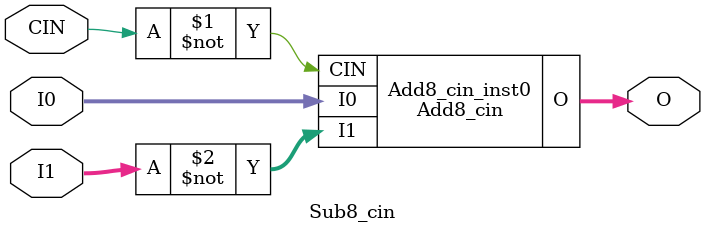
<source format=v>
module Add8_cin (input CIN, input [7:0] I0, input [7:0] I1, output [7:0] O);
assign O = (({1'b0,1'b0,1'b0,1'b0,1'b0,1'b0,1'b0,CIN}) + I0) + I1;
endmodule

module Sub8_cin (input CIN, input [7:0] I0, input [7:0] I1, output [7:0] O);
Add8_cin Add8_cin_inst0(.CIN(~ CIN), .I0(I0), .I1(~ I1), .O(O));
endmodule


</source>
